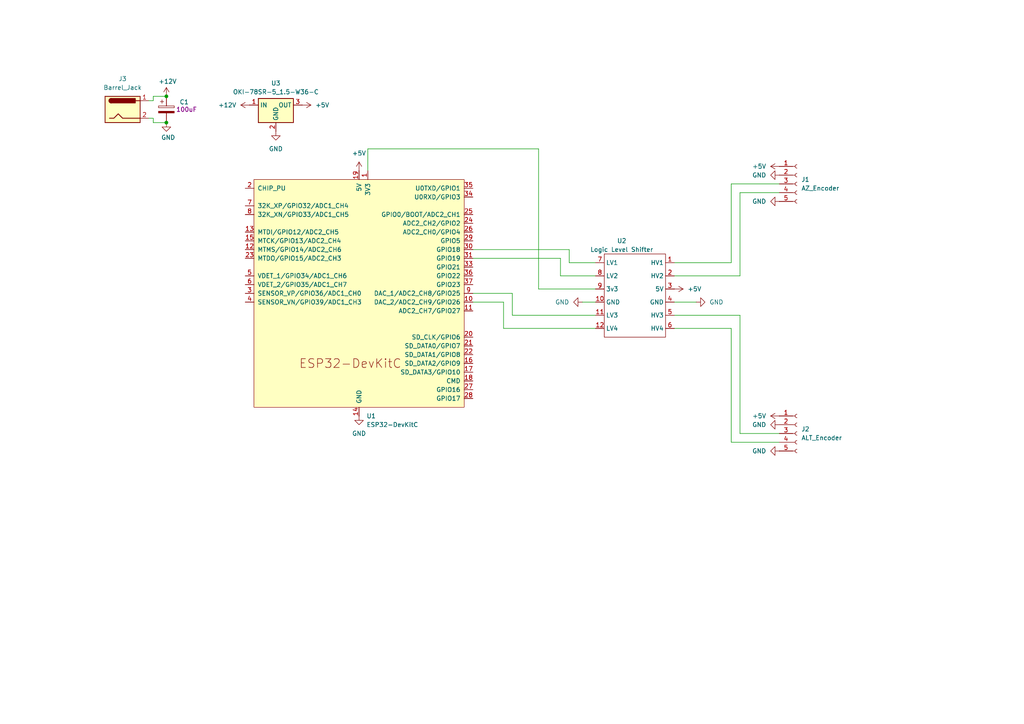
<source format=kicad_sch>
(kicad_sch (version 20250114) (generator "eeschema") (generator_version "9.0")
  (paper "A4")
  (title_block (title "Digital Setting Circles") (date "2025-06-13"))
  (lib_symbols
    (symbol "Connector:Barrel_Jack" (pin_names (offset 1.016))
      (property "Reference" "J" (at 0 5.334 0))
      (property "Value" "Barrel_Jack" (at 0 -5.08 0))
      (symbol "Barrel_Jack_0_1"
        (rectangle (start -5.08 3.81) (end 5.08 -3.81) (stroke (width 0.254)) (fill (type background)))
        (polyline (pts (xy -3.81 -2.54) (xy -2.54 -2.54) (xy -1.27 -1.27) (xy 0 -2.54) (xy 2.54 -2.54) (xy 5.08 -2.54)) (stroke (width 0.254)))
        (arc (start -3.302 1.905) (mid -3.9343 2.54) (end -3.302 3.175) (stroke (width 0.254)))
        (arc (start -3.302 1.905) (mid -3.9343 2.54) (end -3.302 3.175) (stroke (width 0.254)) (fill (type outline)))
        (rectangle (start 3.683 3.175) (end -3.302 1.905) (stroke (width 0.254)) (fill (type outline)))
        (polyline (pts (xy 5.08 2.54) (xy 3.81 2.54)) (stroke (width 0.254)))
      )
      (symbol "Barrel_Jack_1_1"
        (pin passive line (at 7.62 2.54 180) (length 2.54) (name "~") (number "1"))
        (pin passive line (at 7.62 -2.54 180) (length 2.54) (name "~") (number "2"))
      )
    )
    (symbol "Connector:Conn_01x05_Socket" (pin_names (offset 1.016) (hide yes))
      (property "Reference" "J" (at 0 7.62 0))
      (property "Value" "Conn_01x05_Socket" (at 0 -7.62 0))
      (symbol "Conn_01x05_Socket_1_1"
        (polyline (pts (xy -1.27 5.08) (xy -0.508 5.08)) (stroke (width 0.1524)))
        (polyline (pts (xy -1.27 2.54) (xy -0.508 2.54)) (stroke (width 0.1524)))
        (polyline (pts (xy -1.27 0) (xy -0.508 0)) (stroke (width 0.1524)))
        (polyline (pts (xy -1.27 -2.54) (xy -0.508 -2.54)) (stroke (width 0.1524)))
        (polyline (pts (xy -1.27 -5.08) (xy -0.508 -5.08)) (stroke (width 0.1524)))
        (arc (start 0 4.572) (mid -0.5058 5.08) (end 0 5.588) (stroke (width 0.1524)))
        (arc (start 0 2.032) (mid -0.5058 2.54) (end 0 3.048) (stroke (width 0.1524)))
        (arc (start 0 -0.508) (mid -0.5058 0) (end 0 0.508) (stroke (width 0.1524)))
        (arc (start 0 -3.048) (mid -0.5058 -2.54) (end 0 -2.032) (stroke (width 0.1524)))
        (arc (start 0 -5.588) (mid -0.5058 -5.08) (end 0 -4.572) (stroke (width 0.1524)))
        (pin passive line (at -5.08 5.08 0) (length 3.81) (name "Pin_1") (number "1"))
        (pin passive line (at -5.08 2.54 0) (length 3.81) (name "Pin_2") (number "2"))
        (pin passive line (at -5.08 0 0) (length 3.81) (name "Pin_3") (number "3"))
        (pin passive line (at -5.08 -2.54 0) (length 3.81) (name "Pin_4") (number "4"))
        (pin passive line (at -5.08 -5.08 0) (length 3.81) (name "Pin_5") (number "5"))
      )
    )
    (symbol "Converter_DCDC:OKI-78SR-5_1.5-W36-C"
      (property "Reference" "U" (at -3.81 3.175 0))
      (property "Value" "OKI-78SR-5_1.5-W36-C" (at 0 3.175 0))
      (symbol "OKI-78SR-5_1.5-W36-C_0_1"
        (rectangle (start -5.08 1.905) (end 5.08 -5.08) (stroke (width 0.254)) (fill (type background)))
      )
      (symbol "OKI-78SR-5_1.5-W36-C_1_1"
        (pin power_in line (at -7.62 0 0) (length 2.54) (name "IN") (number "1"))
        (pin power_in line (at 0 -7.62 90) (length 2.54) (name "GND") (number "2"))
        (pin power_out line (at 7.62 0 180) (length 2.54) (name "OUT") (number "3"))
      )
    )
    (symbol "Device:C_Polarized" (pin_numbers (hide yes)) (pin_names (offset 0.254))
      (property "Reference" "C" (at 0.635 2.54 0))
      (property "Value" "C_Polarized" (at 0.635 -2.54 0))
      (symbol "C_Polarized_0_1"
        (rectangle (start -2.286 0.508) (end 2.286 1.016))
        (polyline (pts (xy -1.778 2.286) (xy -0.762 2.286)))
        (polyline (pts (xy -1.27 2.794) (xy -1.27 1.778)))
        (rectangle (start 2.286 -0.508) (end -2.286 -1.016) (fill (type outline)))
      )
      (symbol "C_Polarized_1_1"
        (pin passive line (at 0 3.81 270) (length 2.794) (name "~") (number "1"))
        (pin passive line (at 0 -3.81 90) (length 2.794) (name "~") (number "2"))
      )
    )
    (symbol "Level-Shift_4:Level_Shift_4"
      (property "Reference" "U" (at 0 0 0))
      (symbol "Level_Shift_4_0_1"
        (rectangle (start -3.81 11.43) (end 13.97 -12.7))
      )
      (symbol "Level_Shift_4_1_1"
        (pin bidirectional line (at -6.35 8.89 0) (length 2.54) (name "LV1") (number "7"))
        (pin bidirectional line (at -6.35 5.08 0) (length 2.54) (name "LV2") (number "8"))
        (pin power_in line (at -6.35 1.27 0) (length 2.54) (name "3v3") (number "9"))
        (pin power_in line (at -6.35 -2.54 0) (length 2.54) (name "GND") (number "10"))
        (pin bidirectional line (at -6.35 -6.35 0) (length 2.54) (name "LV3") (number "11"))
        (pin bidirectional line (at -6.35 -10.16 0) (length 2.54) (name "LV4") (number "12"))
        (pin bidirectional line (at 16.51 8.89 180) (length 2.54) (name "HV1") (number "1"))
        (pin bidirectional line (at 16.51 5.08 180) (length 2.54) (name "HV2") (number "2"))
        (pin power_in line (at 16.51 1.27 180) (length 2.54) (name "5V") (number "3"))
        (pin power_in line (at 16.51 -2.54 180) (length 2.54) (name "GND") (number "4"))
        (pin bidirectional line (at 16.51 -6.35 180) (length 2.54) (name "HV3") (number "5"))
        (pin bidirectional line (at 16.51 -10.16 180) (length 2.54) (name "HV4") (number "6"))
      )
    )
    (symbol "PCM_Espressif:ESP32-DevKitC" (pin_names (offset 1.016))
      (property "Reference" "U" (at -30.48 38.1 0))
      (property "Value" "ESP32-DevKitC" (at -30.48 35.56 0))
      (symbol "ESP32-DevKitC_0_0"
        (text "ESP32-DevKitC" (at -2.54 -20.32 0) (effects (font (size 2.54 2.54))))
        (pin power_in line (at 0 35.56 270) (length 2.54) (name "5V") (number "19"))
        (pin power_in line (at 0 -35.56 90) (length 2.54) (name "GND") (number "14"))
      )
      (symbol "ESP32-DevKitC_0_1"
        (rectangle (start -30.48 33.02) (end 30.48 -33.02) (fill (type background)))
      )
      (symbol "ESP32-DevKitC_1_1"
        (pin input line (at -33.02 30.48 0) (length 2.54) (name "CHIP_PU") (number "2"))
        (pin bidirectional line (at -33.02 25.4 0) (length 2.54) (name "32K_XP/GPIO32/ADC1_CH4") (number "7"))
        (pin bidirectional line (at -33.02 22.86 0) (length 2.54) (name "32K_XN/GPIO33/ADC1_CH5") (number "8"))
        (pin bidirectional line (at -33.02 17.78 0) (length 2.54) (name "MTDI/GPIO12/ADC2_CH5") (number "13"))
        (pin bidirectional line (at -33.02 15.24 0) (length 2.54) (name "MTCK/GPIO13/ADC2_CH4") (number "15"))
        (pin bidirectional line (at -33.02 12.7 0) (length 2.54) (name "MTMS/GPIO14/ADC2_CH6") (number "12"))
        (pin bidirectional line (at -33.02 10.16 0) (length 2.54) (name "MTDO/GPIO15/ADC2_CH3") (number "23"))
        (pin input line (at -33.02 5.08 0) (length 2.54) (name "VDET_1/GPIO34/ADC1_CH6") (number "5"))
        (pin input line (at -33.02 2.54 0) (length 2.54) (name "VDET_2/GPIO35/ADC1_CH7") (number "6"))
        (pin input line (at -33.02 0 0) (length 2.54) (name "SENSOR_VP/GPIO36/ADC1_CH0") (number "3"))
        (pin input line (at -33.02 -2.54 0) (length 2.54) (name "SENSOR_VN/GPIO39/ADC1_CH3") (number "4"))
        (pin passive line (at 0 -35.56 90) (length 2.54) (hide yes) (name "GND") (number "32"))
        (pin passive line (at 0 -35.56 90) (length 2.54) (hide yes) (name "GND") (number "38"))
        (pin power_in line (at 2.54 35.56 270) (length 2.54) (name "3V3") (number "1"))
        (pin bidirectional line (at 33.02 30.48 180) (length 2.54) (name "U0TXD/GPIO1") (number "35"))
        (pin bidirectional line (at 33.02 27.94 180) (length 2.54) (name "U0RXD/GPIO3") (number "34"))
        (pin bidirectional line (at 33.02 22.86 180) (length 2.54) (name "GPIO0/BOOT/ADC2_CH1") (number "25"))
        (pin bidirectional line (at 33.02 20.32 180) (length 2.54) (name "ADC2_CH2/GPIO2") (number "24"))
        (pin bidirectional line (at 33.02 17.78 180) (length 2.54) (name "ADC2_CH0/GPIO4") (number "26"))
        (pin bidirectional line (at 33.02 15.24 180) (length 2.54) (name "GPIO5") (number "29"))
        (pin bidirectional line (at 33.02 12.7 180) (length 2.54) (name "GPIO18") (number "30"))
        (pin bidirectional line (at 33.02 10.16 180) (length 2.54) (name "GPIO19") (number "31"))
        (pin bidirectional line (at 33.02 7.62 180) (length 2.54) (name "GPIO21") (number "33"))
        (pin bidirectional line (at 33.02 5.08 180) (length 2.54) (name "GPIO22") (number "36"))
        (pin bidirectional line (at 33.02 2.54 180) (length 2.54) (name "GPIO23") (number "37"))
        (pin bidirectional line (at 33.02 0 180) (length 2.54) (name "DAC_1/ADC2_CH8/GPIO25") (number "9"))
        (pin bidirectional line (at 33.02 -2.54 180) (length 2.54) (name "DAC_2/ADC2_CH9/GPIO26") (number "10"))
        (pin bidirectional line (at 33.02 -5.08 180) (length 2.54) (name "ADC2_CH7/GPIO27") (number "11"))
        (pin bidirectional line (at 33.02 -12.7 180) (length 2.54) (name "SD_CLK/GPIO6") (number "20"))
        (pin bidirectional line (at 33.02 -15.24 180) (length 2.54) (name "SD_DATA0/GPIO7") (number "21"))
        (pin bidirectional line (at 33.02 -17.78 180) (length 2.54) (name "SD_DATA1/GPIO8") (number "22"))
        (pin bidirectional line (at 33.02 -20.32 180) (length 2.54) (name "SD_DATA2/GPIO9") (number "16"))
        (pin bidirectional line (at 33.02 -22.86 180) (length 2.54) (name "SD_DATA3/GPIO10") (number "17"))
        (pin bidirectional line (at 33.02 -25.4 180) (length 2.54) (name "CMD") (number "18"))
        (pin bidirectional line (at 33.02 -27.94 180) (length 2.54) (name "GPIO16") (number "27"))
        (pin bidirectional line (at 33.02 -30.48 180) (length 2.54) (name "GPIO17") (number "28"))
      )
    )
    (symbol "power:+12V" (power) (pin_numbers (hide yes)) (pin_names (offset 0) (hide yes))
      (property "Value" "+12V" (at 0 3.556 0))
      (symbol "+12V_0_1"
        (polyline (pts (xy -0.762 1.27) (xy 0 2.54)))
        (polyline (pts (xy 0 2.54) (xy 0.762 1.27)))
        (polyline (pts (xy 0 0) (xy 0 2.54)))
      )
      (symbol "+12V_1_1"
        (pin power_in line (at 0 0 90) (length 0) (name "~") (number "1"))
      )
    )
    (symbol "power:+5V" (power) (pin_numbers (hide yes)) (pin_names (offset 0) (hide yes))
      (property "Value" "+5V" (at 0 3.556 0))
      (symbol "+5V_0_1"
        (polyline (pts (xy -0.762 1.27) (xy 0 2.54)))
        (polyline (pts (xy 0 2.54) (xy 0.762 1.27)))
        (polyline (pts (xy 0 0) (xy 0 2.54)))
      )
      (symbol "+5V_1_1"
        (pin power_in line (at 0 0 90) (length 0) (name "~") (number "1"))
      )
    )
    (symbol "power:GND" (power) (pin_numbers (hide yes)) (pin_names (offset 0) (hide yes))
      (property "Value" "GND" (at 0 -3.81 0))
      (symbol "GND_0_1"
        (polyline (pts (xy 0 0) (xy 0 -1.27) (xy 1.27 -1.27) (xy 0 -2.54) (xy -1.27 -1.27) (xy 0 -1.27)))
      )
      (symbol "GND_1_1"
        (pin power_in line (at 0 0 270) (length 0) (name "~") (number "1"))
      )
    )
  )
  (junction (at 48.26 35.56))
  (junction (at 48.26 27.94))
  (wire (pts (xy 44.45 34.29) (xy 44.45 35.56)))
  (wire (pts (xy 43.18 29.21) (xy 44.45 29.21)))
  (wire (pts (xy 44.45 27.94) (xy 48.26 27.94)))
  (wire (pts (xy 146.05 95.25) (xy 172.72 95.25)))
  (wire (pts (xy 106.68 43.18) (xy 156.21 43.18)))
  (wire (pts (xy 168.91 87.63) (xy 172.72 87.63)))
  (wire (pts (xy 44.45 35.56) (xy 48.26 35.56)))
  (wire (pts (xy 106.68 49.53) (xy 106.68 43.18)))
  (wire (pts (xy 212.09 76.2) (xy 212.09 53.34)))
  (wire (pts (xy 43.18 34.29) (xy 44.45 34.29)))
  (wire (pts (xy 214.63 55.88) (xy 214.63 80.01)))
  (wire (pts (xy 212.09 95.25) (xy 195.58 95.25)))
  (wire (pts (xy 214.63 80.01) (xy 195.58 80.01)))
  (wire (pts (xy 156.21 83.82) (xy 172.72 83.82)))
  (wire (pts (xy 165.1 76.2) (xy 165.1 72.39)))
  (wire (pts (xy 165.1 72.39) (xy 137.16 72.39)))
  (wire (pts (xy 44.45 29.21) (xy 44.45 27.94)))
  (wire (pts (xy 226.06 55.88) (xy 214.63 55.88)))
  (wire (pts (xy 195.58 76.2) (xy 212.09 76.2)))
  (wire (pts (xy 214.63 91.44) (xy 214.63 125.73)))
  (wire (pts (xy 146.05 87.63) (xy 146.05 95.25)))
  (wire (pts (xy 148.59 85.09) (xy 148.59 91.44)))
  (wire (pts (xy 195.58 91.44) (xy 214.63 91.44)))
  (wire (pts (xy 212.09 53.34) (xy 226.06 53.34)))
  (wire (pts (xy 137.16 87.63) (xy 146.05 87.63)))
  (wire (pts (xy 172.72 80.01) (xy 162.56 80.01)))
  (wire (pts (xy 137.16 85.09) (xy 148.59 85.09)))
  (wire (pts (xy 162.56 80.01) (xy 162.56 74.93)))
  (wire (pts (xy 195.58 87.63) (xy 201.93 87.63)))
  (wire (pts (xy 214.63 125.73) (xy 226.06 125.73)))
  (wire (pts (xy 162.56 74.93) (xy 137.16 74.93)))
  (wire (pts (xy 156.21 43.18) (xy 156.21 83.82)))
  (wire (pts (xy 148.59 91.44) (xy 172.72 91.44)))
  (wire (pts (xy 212.09 128.27) (xy 212.09 95.25)))
  (wire (pts (xy 172.72 76.2) (xy 165.1 76.2)))
  (wire (pts (xy 226.06 128.27) (xy 212.09 128.27)))
  (symbol (lib_id "Connector:Conn_01x05_Socket") (at 231.14 125.73 0) (unit 1)
    (property "Reference" "J2" (at 232.41 124.4599 0) (effects (justify left)))
    (property "Value" "ALT_Encoder" (at 232.41 126.9999 0) (effects (justify left)))
    (property "Footprint" "Connector_JST:JST_XH_B5B-XH-AM_1x05_P2.50mm_Vertical" (effects (hide yes)))
    (property "Description" "Generic connector, single row, 01x05, script generated" (effects (hide yes)))
  )
  (symbol (lib_id "power:GND") (at 226.06 123.19 270) (unit 1)
    (property "Reference" "#PWR08" (effects (hide yes)))
    (property "Value" "GND" (at 222.25 123.1899 90) (effects (justify right)))
    (property "Description" "Power symbol creates a global label with name \"GND\" , ground" (effects (hide yes)))
  )
  (symbol (lib_id "power:GND") (at 201.93 87.63 90) (unit 1)
    (property "Reference" "#PWR02" (effects (hide yes)))
    (property "Value" "GND" (at 205.74 87.6299 90) (effects (justify right)))
    (property "Description" "Power symbol creates a global label with name \"GND\" , ground" (effects (hide yes)))
  )
  (symbol (lib_id "power:GND") (at 168.91 87.63 270) (unit 1)
    (property "Reference" "#PWR01" (effects (hide yes)))
    (property "Value" "GND" (at 165.1 87.6299 90) (effects (justify right)))
    (property "Description" "Power symbol creates a global label with name \"GND\" , ground" (effects (hide yes)))
  )
  (symbol (lib_id "power:GND") (at 226.06 58.42 270) (unit 1)
    (property "Reference" "#PWR07" (effects (hide yes)))
    (property "Value" "GND" (at 222.25 58.4199 90) (effects (justify right)))
    (property "Description" "Power symbol creates a global label with name \"GND\" , ground" (effects (hide yes)))
  )
  (symbol (lib_id "power:+5V") (at 87.63 30.48 270) (unit 1)
    (property "Reference" "#PWR016" (effects (hide yes)))
    (property "Value" "+5V" (at 91.44 30.4799 90) (effects (justify left)))
    (property "Description" "Power symbol creates a global label with name \"+5V\"" (effects (hide yes)))
  )
  (symbol (lib_id "power:+5V") (at 104.14 49.53 0) (unit 1)
    (property "Reference" "#PWR04" (effects (hide yes)))
    (property "Value" "+5V" (at 104.14 44.45 0))
    (property "Description" "Power symbol creates a global label with name \"+5V\"" (effects (hide yes)))
  )
  (symbol (lib_id "power:+5V") (at 226.06 120.65 90) (unit 1)
    (property "Reference" "#PWR011" (effects (hide yes)))
    (property "Value" "+5V" (at 222.25 120.6499 90) (effects (justify left)))
    (property "Description" "Power symbol creates a global label with name \"+5V\"" (effects (hide yes)))
  )
  (symbol (lib_id "Level-Shift_4:Level_Shift_4") (at 179.07 85.09 0) (unit 1)
    (property "Reference" "U2" (at 180.34 69.85 0))
    (property "Value" "Logic Level Shifter" (at 180.34 72.39 0))
    (property "Footprint" "Level-Shift_4:Level-Shifter 4" (effects (hide yes)))
  )
  (symbol (lib_id "Connector:Barrel_Jack") (at 35.56 31.75 0) (unit 1)
    (property "Reference" "J3" (at 35.56 22.86 0))
    (property "Value" "Barrel_Jack" (at 35.56 25.4 0))
    (property "Footprint" "Connector_BarrelJack:BarrelJack_Horizontal" (effects (hide yes)))
    (property "Description" "DC Barrel Jack" (effects (hide yes)))
  )
  (symbol (lib_id "power:GND") (at 226.06 130.81 270) (unit 1)
    (property "Reference" "#PWR09" (effects (hide yes)))
    (property "Value" "GND" (at 222.25 130.8099 90) (effects (justify right)))
    (property "Description" "Power symbol creates a global label with name \"GND\" , ground" (effects (hide yes)))
  )
  (symbol (lib_id "Connector:Conn_01x05_Socket") (at 231.14 53.34 0) (unit 1)
    (property "Reference" "J1" (at 232.41 52.0699 0) (effects (justify left)))
    (property "Value" "AZ_Encoder" (at 232.41 54.6099 0) (effects (justify left)))
    (property "Footprint" "Connector_JST:JST_XH_B5B-XH-AM_1x05_P2.50mm_Vertical" (effects (hide yes)))
    (property "Description" "Generic connector, single row, 01x05, script generated" (effects (hide yes)))
  )
  (symbol (lib_id "power:+12V") (at 72.39 30.48 90) (unit 1)
    (property "Reference" "#PWR014" (effects (hide yes)))
    (property "Value" "+12V" (at 68.58 30.4799 90) (effects (justify left)))
    (property "Description" "Power symbol creates a global label with name \"+12V\"" (effects (hide yes)))
  )
  (symbol (lib_id "Device:C_Polarized") (at 48.26 31.75 0) (unit 1)
    (property "Reference" "C1" (at 52.07 29.5909 0) (effects (justify left)))
    (property "Value" "C_Polarized" (effects (hide yes)))
    (property "Footprint" "Capacitor_THT:CP_Radial_D5.0mm_P2.50mm" (effects (hide yes)))
    (property "Description" "100uF" (at 51.054 31.75 0) (effects (justify left)))
  )
  (symbol (lib_id "power:+5V") (at 195.58 83.82 270) (unit 1)
    (property "Reference" "#PWR03" (effects (hide yes)))
    (property "Value" "+5V" (at 199.39 83.8199 90) (effects (justify left)))
    (property "Description" "Power symbol creates a global label with name \"+5V\"" (effects (hide yes)))
  )
  (symbol (lib_id "power:GND") (at 80.01 38.1 0) (unit 1)
    (property "Reference" "#PWR015" (effects (hide yes)))
    (property "Value" "GND" (at 80.01 43.18 0))
    (property "Description" "Power symbol creates a global label with name \"GND\" , ground" (effects (hide yes)))
  )
  (symbol (lib_id "PCM_Espressif:ESP32-DevKitC") (at 104.14 85.09 0) (unit 1)
    (property "Reference" "U1" (at 106.2833 120.65 0) (effects (justify left)))
    (property "Value" "ESP32-DevKitC" (at 106.2833 123.19 0) (effects (justify left)))
    (property "Footprint" "PCM_Espressif:ESP32-DevKitC" (effects (hide yes)))
    (property "Datasheet" "https://docs.espressif.com/projects/esp-idf/zh_CN/latest/esp32/hw-reference/esp32/get-started-devkitc.html" (effects (hide yes)))
    (property "Description" "Development Kit" (effects (hide yes)))
  )
  (symbol (lib_id "power:GND") (at 48.26 35.56 0) (unit 1)
    (property "Reference" "#PWR013" (effects (hide yes)))
    (property "Value" "GND" (at 46.736 39.878 0) (effects (justify left)))
    (property "Description" "Power symbol creates a global label with name \"GND\" , ground" (effects (hide yes)))
  )
  (symbol (lib_id "Converter_DCDC:OKI-78SR-5_1.5-W36-C") (at 80.01 30.48 0) (unit 1)
    (property "Reference" "U3" (at 80.01 24.13 0))
    (property "Value" "OKI-78SR-5_1.5-W36-C" (at 80.01 26.67 0))
    (property "Footprint" "Converter_DCDC:Converter_DCDC_Murata_OKI-78SR_Vertical" (effects (hide yes)))
    (property "Datasheet" "https://power.murata.com/data/power/oki-78sr.pdf" (effects (hide yes)))
    (property "Description" "1.5A Step-Down DC/DC-Regulator, 7-36V input, 5V fixed Output Voltage, LM78xx replacement, -40°C to +85°C, OKI-78SR_Vertical" (effects (hide yes)))
  )
  (symbol (lib_id "power:GND") (at 104.14 120.65 0) (unit 1)
    (property "Reference" "#PWR05" (effects (hide yes)))
    (property "Value" "GND" (at 104.14 125.73 0))
    (property "Description" "Power symbol creates a global label with name \"GND\" , ground" (effects (hide yes)))
  )
  (symbol (lib_id "power:+12V") (at 48.26 27.94 0) (unit 1)
    (property "Reference" "#PWR012" (effects (hide yes)))
    (property "Value" "+12V" (at 45.974 23.622 0) (effects (justify left)))
    (property "Description" "Power symbol creates a global label with name \"+12V\"" (effects (hide yes)))
  )
  (symbol (lib_id "power:GND") (at 226.06 50.8 270) (unit 1)
    (property "Reference" "#PWR06" (effects (hide yes)))
    (property "Value" "GND" (at 222.25 50.7999 90) (effects (justify right)))
    (property "Description" "Power symbol creates a global label with name \"GND\" , ground" (effects (hide yes)))
  )
  (symbol (lib_id "power:+5V") (at 226.06 48.26 90) (unit 1)
    (property "Reference" "#PWR010" (effects (hide yes)))
    (property "Value" "+5V" (at 222.25 48.2599 90) (effects (justify left)))
    (property "Description" "Power symbol creates a global label with name \"+5V\"" (effects (hide yes)))
  )
)
</source>
